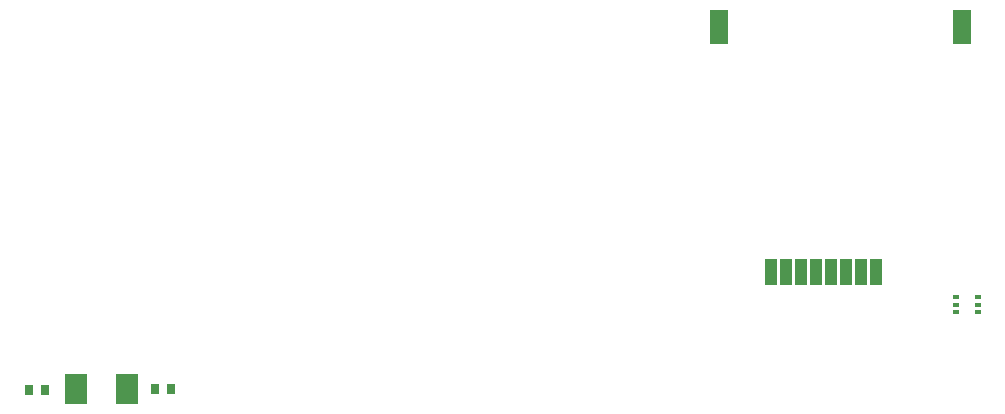
<source format=gbp>
%FSTAX24Y24*%
%MOIN*%
%SFA1B1*%

%IPPOS*%
%ADD14R,0.031500X0.035400*%
%ADD44R,0.039400X0.090600*%
%ADD45R,0.059100X0.116100*%
%ADD46R,0.074800X0.102400*%
%ADD47R,0.019700X0.015700*%
%LNsensorplatformv3-1*%
%LPD*%
G54D14*
X010124Y0011D03*
X010676D03*
X006476Y00105D03*
X005924D03*
G54D44*
X03067Y005D03*
X03117D03*
X03167D03*
X03217D03*
X03267D03*
X03317D03*
X03367D03*
X03417D03*
G54D45*
X037041Y01315D03*
X02895D03*
G54D46*
X007504Y0011D03*
X009196D03*
G54D47*
X037574Y003644D03*
Y0039D03*
Y004156D03*
X036826D03*
Y0039D03*
Y003644D03*
M02*
</source>
